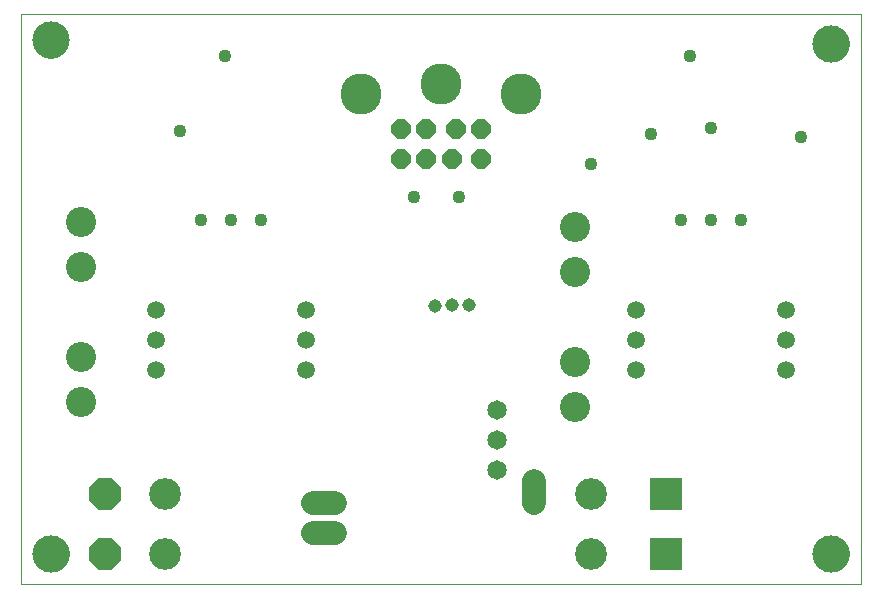
<source format=gbs>
G75*
%MOIN*%
%OFA0B0*%
%FSLAX25Y25*%
%IPPOS*%
%LPD*%
%AMOC8*
5,1,8,0,0,1.08239X$1,22.5*
%
%ADD10C,0.00000*%
%ADD11C,0.12411*%
%ADD12C,0.06506*%
%ADD13C,0.10049*%
%ADD14C,0.04500*%
%ADD15C,0.08000*%
%ADD16C,0.10600*%
%ADD17OC8,0.10600*%
%ADD18R,0.10600X0.10600*%
%ADD19C,0.05915*%
%ADD20C,0.04362*%
%ADD21OC8,0.06506*%
%ADD22C,0.13694*%
D10*
X0001000Y0023933D02*
X0001000Y0213933D01*
X0281000Y0213933D01*
X0281000Y0023933D01*
X0001000Y0023933D01*
X0005094Y0033933D02*
X0005096Y0034086D01*
X0005102Y0034240D01*
X0005112Y0034393D01*
X0005126Y0034545D01*
X0005144Y0034698D01*
X0005166Y0034849D01*
X0005191Y0035000D01*
X0005221Y0035151D01*
X0005255Y0035301D01*
X0005292Y0035449D01*
X0005333Y0035597D01*
X0005378Y0035743D01*
X0005427Y0035889D01*
X0005480Y0036033D01*
X0005536Y0036175D01*
X0005596Y0036316D01*
X0005660Y0036456D01*
X0005727Y0036594D01*
X0005798Y0036730D01*
X0005873Y0036864D01*
X0005950Y0036996D01*
X0006032Y0037126D01*
X0006116Y0037254D01*
X0006204Y0037380D01*
X0006295Y0037503D01*
X0006389Y0037624D01*
X0006487Y0037742D01*
X0006587Y0037858D01*
X0006691Y0037971D01*
X0006797Y0038082D01*
X0006906Y0038190D01*
X0007018Y0038295D01*
X0007132Y0038396D01*
X0007250Y0038495D01*
X0007369Y0038591D01*
X0007491Y0038684D01*
X0007616Y0038773D01*
X0007743Y0038860D01*
X0007872Y0038942D01*
X0008003Y0039022D01*
X0008136Y0039098D01*
X0008271Y0039171D01*
X0008408Y0039240D01*
X0008547Y0039305D01*
X0008687Y0039367D01*
X0008829Y0039425D01*
X0008972Y0039480D01*
X0009117Y0039531D01*
X0009263Y0039578D01*
X0009410Y0039621D01*
X0009558Y0039660D01*
X0009707Y0039696D01*
X0009857Y0039727D01*
X0010008Y0039755D01*
X0010159Y0039779D01*
X0010312Y0039799D01*
X0010464Y0039815D01*
X0010617Y0039827D01*
X0010770Y0039835D01*
X0010923Y0039839D01*
X0011077Y0039839D01*
X0011230Y0039835D01*
X0011383Y0039827D01*
X0011536Y0039815D01*
X0011688Y0039799D01*
X0011841Y0039779D01*
X0011992Y0039755D01*
X0012143Y0039727D01*
X0012293Y0039696D01*
X0012442Y0039660D01*
X0012590Y0039621D01*
X0012737Y0039578D01*
X0012883Y0039531D01*
X0013028Y0039480D01*
X0013171Y0039425D01*
X0013313Y0039367D01*
X0013453Y0039305D01*
X0013592Y0039240D01*
X0013729Y0039171D01*
X0013864Y0039098D01*
X0013997Y0039022D01*
X0014128Y0038942D01*
X0014257Y0038860D01*
X0014384Y0038773D01*
X0014509Y0038684D01*
X0014631Y0038591D01*
X0014750Y0038495D01*
X0014868Y0038396D01*
X0014982Y0038295D01*
X0015094Y0038190D01*
X0015203Y0038082D01*
X0015309Y0037971D01*
X0015413Y0037858D01*
X0015513Y0037742D01*
X0015611Y0037624D01*
X0015705Y0037503D01*
X0015796Y0037380D01*
X0015884Y0037254D01*
X0015968Y0037126D01*
X0016050Y0036996D01*
X0016127Y0036864D01*
X0016202Y0036730D01*
X0016273Y0036594D01*
X0016340Y0036456D01*
X0016404Y0036316D01*
X0016464Y0036175D01*
X0016520Y0036033D01*
X0016573Y0035889D01*
X0016622Y0035743D01*
X0016667Y0035597D01*
X0016708Y0035449D01*
X0016745Y0035301D01*
X0016779Y0035151D01*
X0016809Y0035000D01*
X0016834Y0034849D01*
X0016856Y0034698D01*
X0016874Y0034545D01*
X0016888Y0034393D01*
X0016898Y0034240D01*
X0016904Y0034086D01*
X0016906Y0033933D01*
X0016904Y0033780D01*
X0016898Y0033626D01*
X0016888Y0033473D01*
X0016874Y0033321D01*
X0016856Y0033168D01*
X0016834Y0033017D01*
X0016809Y0032866D01*
X0016779Y0032715D01*
X0016745Y0032565D01*
X0016708Y0032417D01*
X0016667Y0032269D01*
X0016622Y0032123D01*
X0016573Y0031977D01*
X0016520Y0031833D01*
X0016464Y0031691D01*
X0016404Y0031550D01*
X0016340Y0031410D01*
X0016273Y0031272D01*
X0016202Y0031136D01*
X0016127Y0031002D01*
X0016050Y0030870D01*
X0015968Y0030740D01*
X0015884Y0030612D01*
X0015796Y0030486D01*
X0015705Y0030363D01*
X0015611Y0030242D01*
X0015513Y0030124D01*
X0015413Y0030008D01*
X0015309Y0029895D01*
X0015203Y0029784D01*
X0015094Y0029676D01*
X0014982Y0029571D01*
X0014868Y0029470D01*
X0014750Y0029371D01*
X0014631Y0029275D01*
X0014509Y0029182D01*
X0014384Y0029093D01*
X0014257Y0029006D01*
X0014128Y0028924D01*
X0013997Y0028844D01*
X0013864Y0028768D01*
X0013729Y0028695D01*
X0013592Y0028626D01*
X0013453Y0028561D01*
X0013313Y0028499D01*
X0013171Y0028441D01*
X0013028Y0028386D01*
X0012883Y0028335D01*
X0012737Y0028288D01*
X0012590Y0028245D01*
X0012442Y0028206D01*
X0012293Y0028170D01*
X0012143Y0028139D01*
X0011992Y0028111D01*
X0011841Y0028087D01*
X0011688Y0028067D01*
X0011536Y0028051D01*
X0011383Y0028039D01*
X0011230Y0028031D01*
X0011077Y0028027D01*
X0010923Y0028027D01*
X0010770Y0028031D01*
X0010617Y0028039D01*
X0010464Y0028051D01*
X0010312Y0028067D01*
X0010159Y0028087D01*
X0010008Y0028111D01*
X0009857Y0028139D01*
X0009707Y0028170D01*
X0009558Y0028206D01*
X0009410Y0028245D01*
X0009263Y0028288D01*
X0009117Y0028335D01*
X0008972Y0028386D01*
X0008829Y0028441D01*
X0008687Y0028499D01*
X0008547Y0028561D01*
X0008408Y0028626D01*
X0008271Y0028695D01*
X0008136Y0028768D01*
X0008003Y0028844D01*
X0007872Y0028924D01*
X0007743Y0029006D01*
X0007616Y0029093D01*
X0007491Y0029182D01*
X0007369Y0029275D01*
X0007250Y0029371D01*
X0007132Y0029470D01*
X0007018Y0029571D01*
X0006906Y0029676D01*
X0006797Y0029784D01*
X0006691Y0029895D01*
X0006587Y0030008D01*
X0006487Y0030124D01*
X0006389Y0030242D01*
X0006295Y0030363D01*
X0006204Y0030486D01*
X0006116Y0030612D01*
X0006032Y0030740D01*
X0005950Y0030870D01*
X0005873Y0031002D01*
X0005798Y0031136D01*
X0005727Y0031272D01*
X0005660Y0031410D01*
X0005596Y0031550D01*
X0005536Y0031691D01*
X0005480Y0031833D01*
X0005427Y0031977D01*
X0005378Y0032123D01*
X0005333Y0032269D01*
X0005292Y0032417D01*
X0005255Y0032565D01*
X0005221Y0032715D01*
X0005191Y0032866D01*
X0005166Y0033017D01*
X0005144Y0033168D01*
X0005126Y0033321D01*
X0005112Y0033473D01*
X0005102Y0033626D01*
X0005096Y0033780D01*
X0005094Y0033933D01*
X0265094Y0033933D02*
X0265096Y0034086D01*
X0265102Y0034240D01*
X0265112Y0034393D01*
X0265126Y0034545D01*
X0265144Y0034698D01*
X0265166Y0034849D01*
X0265191Y0035000D01*
X0265221Y0035151D01*
X0265255Y0035301D01*
X0265292Y0035449D01*
X0265333Y0035597D01*
X0265378Y0035743D01*
X0265427Y0035889D01*
X0265480Y0036033D01*
X0265536Y0036175D01*
X0265596Y0036316D01*
X0265660Y0036456D01*
X0265727Y0036594D01*
X0265798Y0036730D01*
X0265873Y0036864D01*
X0265950Y0036996D01*
X0266032Y0037126D01*
X0266116Y0037254D01*
X0266204Y0037380D01*
X0266295Y0037503D01*
X0266389Y0037624D01*
X0266487Y0037742D01*
X0266587Y0037858D01*
X0266691Y0037971D01*
X0266797Y0038082D01*
X0266906Y0038190D01*
X0267018Y0038295D01*
X0267132Y0038396D01*
X0267250Y0038495D01*
X0267369Y0038591D01*
X0267491Y0038684D01*
X0267616Y0038773D01*
X0267743Y0038860D01*
X0267872Y0038942D01*
X0268003Y0039022D01*
X0268136Y0039098D01*
X0268271Y0039171D01*
X0268408Y0039240D01*
X0268547Y0039305D01*
X0268687Y0039367D01*
X0268829Y0039425D01*
X0268972Y0039480D01*
X0269117Y0039531D01*
X0269263Y0039578D01*
X0269410Y0039621D01*
X0269558Y0039660D01*
X0269707Y0039696D01*
X0269857Y0039727D01*
X0270008Y0039755D01*
X0270159Y0039779D01*
X0270312Y0039799D01*
X0270464Y0039815D01*
X0270617Y0039827D01*
X0270770Y0039835D01*
X0270923Y0039839D01*
X0271077Y0039839D01*
X0271230Y0039835D01*
X0271383Y0039827D01*
X0271536Y0039815D01*
X0271688Y0039799D01*
X0271841Y0039779D01*
X0271992Y0039755D01*
X0272143Y0039727D01*
X0272293Y0039696D01*
X0272442Y0039660D01*
X0272590Y0039621D01*
X0272737Y0039578D01*
X0272883Y0039531D01*
X0273028Y0039480D01*
X0273171Y0039425D01*
X0273313Y0039367D01*
X0273453Y0039305D01*
X0273592Y0039240D01*
X0273729Y0039171D01*
X0273864Y0039098D01*
X0273997Y0039022D01*
X0274128Y0038942D01*
X0274257Y0038860D01*
X0274384Y0038773D01*
X0274509Y0038684D01*
X0274631Y0038591D01*
X0274750Y0038495D01*
X0274868Y0038396D01*
X0274982Y0038295D01*
X0275094Y0038190D01*
X0275203Y0038082D01*
X0275309Y0037971D01*
X0275413Y0037858D01*
X0275513Y0037742D01*
X0275611Y0037624D01*
X0275705Y0037503D01*
X0275796Y0037380D01*
X0275884Y0037254D01*
X0275968Y0037126D01*
X0276050Y0036996D01*
X0276127Y0036864D01*
X0276202Y0036730D01*
X0276273Y0036594D01*
X0276340Y0036456D01*
X0276404Y0036316D01*
X0276464Y0036175D01*
X0276520Y0036033D01*
X0276573Y0035889D01*
X0276622Y0035743D01*
X0276667Y0035597D01*
X0276708Y0035449D01*
X0276745Y0035301D01*
X0276779Y0035151D01*
X0276809Y0035000D01*
X0276834Y0034849D01*
X0276856Y0034698D01*
X0276874Y0034545D01*
X0276888Y0034393D01*
X0276898Y0034240D01*
X0276904Y0034086D01*
X0276906Y0033933D01*
X0276904Y0033780D01*
X0276898Y0033626D01*
X0276888Y0033473D01*
X0276874Y0033321D01*
X0276856Y0033168D01*
X0276834Y0033017D01*
X0276809Y0032866D01*
X0276779Y0032715D01*
X0276745Y0032565D01*
X0276708Y0032417D01*
X0276667Y0032269D01*
X0276622Y0032123D01*
X0276573Y0031977D01*
X0276520Y0031833D01*
X0276464Y0031691D01*
X0276404Y0031550D01*
X0276340Y0031410D01*
X0276273Y0031272D01*
X0276202Y0031136D01*
X0276127Y0031002D01*
X0276050Y0030870D01*
X0275968Y0030740D01*
X0275884Y0030612D01*
X0275796Y0030486D01*
X0275705Y0030363D01*
X0275611Y0030242D01*
X0275513Y0030124D01*
X0275413Y0030008D01*
X0275309Y0029895D01*
X0275203Y0029784D01*
X0275094Y0029676D01*
X0274982Y0029571D01*
X0274868Y0029470D01*
X0274750Y0029371D01*
X0274631Y0029275D01*
X0274509Y0029182D01*
X0274384Y0029093D01*
X0274257Y0029006D01*
X0274128Y0028924D01*
X0273997Y0028844D01*
X0273864Y0028768D01*
X0273729Y0028695D01*
X0273592Y0028626D01*
X0273453Y0028561D01*
X0273313Y0028499D01*
X0273171Y0028441D01*
X0273028Y0028386D01*
X0272883Y0028335D01*
X0272737Y0028288D01*
X0272590Y0028245D01*
X0272442Y0028206D01*
X0272293Y0028170D01*
X0272143Y0028139D01*
X0271992Y0028111D01*
X0271841Y0028087D01*
X0271688Y0028067D01*
X0271536Y0028051D01*
X0271383Y0028039D01*
X0271230Y0028031D01*
X0271077Y0028027D01*
X0270923Y0028027D01*
X0270770Y0028031D01*
X0270617Y0028039D01*
X0270464Y0028051D01*
X0270312Y0028067D01*
X0270159Y0028087D01*
X0270008Y0028111D01*
X0269857Y0028139D01*
X0269707Y0028170D01*
X0269558Y0028206D01*
X0269410Y0028245D01*
X0269263Y0028288D01*
X0269117Y0028335D01*
X0268972Y0028386D01*
X0268829Y0028441D01*
X0268687Y0028499D01*
X0268547Y0028561D01*
X0268408Y0028626D01*
X0268271Y0028695D01*
X0268136Y0028768D01*
X0268003Y0028844D01*
X0267872Y0028924D01*
X0267743Y0029006D01*
X0267616Y0029093D01*
X0267491Y0029182D01*
X0267369Y0029275D01*
X0267250Y0029371D01*
X0267132Y0029470D01*
X0267018Y0029571D01*
X0266906Y0029676D01*
X0266797Y0029784D01*
X0266691Y0029895D01*
X0266587Y0030008D01*
X0266487Y0030124D01*
X0266389Y0030242D01*
X0266295Y0030363D01*
X0266204Y0030486D01*
X0266116Y0030612D01*
X0266032Y0030740D01*
X0265950Y0030870D01*
X0265873Y0031002D01*
X0265798Y0031136D01*
X0265727Y0031272D01*
X0265660Y0031410D01*
X0265596Y0031550D01*
X0265536Y0031691D01*
X0265480Y0031833D01*
X0265427Y0031977D01*
X0265378Y0032123D01*
X0265333Y0032269D01*
X0265292Y0032417D01*
X0265255Y0032565D01*
X0265221Y0032715D01*
X0265191Y0032866D01*
X0265166Y0033017D01*
X0265144Y0033168D01*
X0265126Y0033321D01*
X0265112Y0033473D01*
X0265102Y0033626D01*
X0265096Y0033780D01*
X0265094Y0033933D01*
X0265094Y0203933D02*
X0265096Y0204086D01*
X0265102Y0204240D01*
X0265112Y0204393D01*
X0265126Y0204545D01*
X0265144Y0204698D01*
X0265166Y0204849D01*
X0265191Y0205000D01*
X0265221Y0205151D01*
X0265255Y0205301D01*
X0265292Y0205449D01*
X0265333Y0205597D01*
X0265378Y0205743D01*
X0265427Y0205889D01*
X0265480Y0206033D01*
X0265536Y0206175D01*
X0265596Y0206316D01*
X0265660Y0206456D01*
X0265727Y0206594D01*
X0265798Y0206730D01*
X0265873Y0206864D01*
X0265950Y0206996D01*
X0266032Y0207126D01*
X0266116Y0207254D01*
X0266204Y0207380D01*
X0266295Y0207503D01*
X0266389Y0207624D01*
X0266487Y0207742D01*
X0266587Y0207858D01*
X0266691Y0207971D01*
X0266797Y0208082D01*
X0266906Y0208190D01*
X0267018Y0208295D01*
X0267132Y0208396D01*
X0267250Y0208495D01*
X0267369Y0208591D01*
X0267491Y0208684D01*
X0267616Y0208773D01*
X0267743Y0208860D01*
X0267872Y0208942D01*
X0268003Y0209022D01*
X0268136Y0209098D01*
X0268271Y0209171D01*
X0268408Y0209240D01*
X0268547Y0209305D01*
X0268687Y0209367D01*
X0268829Y0209425D01*
X0268972Y0209480D01*
X0269117Y0209531D01*
X0269263Y0209578D01*
X0269410Y0209621D01*
X0269558Y0209660D01*
X0269707Y0209696D01*
X0269857Y0209727D01*
X0270008Y0209755D01*
X0270159Y0209779D01*
X0270312Y0209799D01*
X0270464Y0209815D01*
X0270617Y0209827D01*
X0270770Y0209835D01*
X0270923Y0209839D01*
X0271077Y0209839D01*
X0271230Y0209835D01*
X0271383Y0209827D01*
X0271536Y0209815D01*
X0271688Y0209799D01*
X0271841Y0209779D01*
X0271992Y0209755D01*
X0272143Y0209727D01*
X0272293Y0209696D01*
X0272442Y0209660D01*
X0272590Y0209621D01*
X0272737Y0209578D01*
X0272883Y0209531D01*
X0273028Y0209480D01*
X0273171Y0209425D01*
X0273313Y0209367D01*
X0273453Y0209305D01*
X0273592Y0209240D01*
X0273729Y0209171D01*
X0273864Y0209098D01*
X0273997Y0209022D01*
X0274128Y0208942D01*
X0274257Y0208860D01*
X0274384Y0208773D01*
X0274509Y0208684D01*
X0274631Y0208591D01*
X0274750Y0208495D01*
X0274868Y0208396D01*
X0274982Y0208295D01*
X0275094Y0208190D01*
X0275203Y0208082D01*
X0275309Y0207971D01*
X0275413Y0207858D01*
X0275513Y0207742D01*
X0275611Y0207624D01*
X0275705Y0207503D01*
X0275796Y0207380D01*
X0275884Y0207254D01*
X0275968Y0207126D01*
X0276050Y0206996D01*
X0276127Y0206864D01*
X0276202Y0206730D01*
X0276273Y0206594D01*
X0276340Y0206456D01*
X0276404Y0206316D01*
X0276464Y0206175D01*
X0276520Y0206033D01*
X0276573Y0205889D01*
X0276622Y0205743D01*
X0276667Y0205597D01*
X0276708Y0205449D01*
X0276745Y0205301D01*
X0276779Y0205151D01*
X0276809Y0205000D01*
X0276834Y0204849D01*
X0276856Y0204698D01*
X0276874Y0204545D01*
X0276888Y0204393D01*
X0276898Y0204240D01*
X0276904Y0204086D01*
X0276906Y0203933D01*
X0276904Y0203780D01*
X0276898Y0203626D01*
X0276888Y0203473D01*
X0276874Y0203321D01*
X0276856Y0203168D01*
X0276834Y0203017D01*
X0276809Y0202866D01*
X0276779Y0202715D01*
X0276745Y0202565D01*
X0276708Y0202417D01*
X0276667Y0202269D01*
X0276622Y0202123D01*
X0276573Y0201977D01*
X0276520Y0201833D01*
X0276464Y0201691D01*
X0276404Y0201550D01*
X0276340Y0201410D01*
X0276273Y0201272D01*
X0276202Y0201136D01*
X0276127Y0201002D01*
X0276050Y0200870D01*
X0275968Y0200740D01*
X0275884Y0200612D01*
X0275796Y0200486D01*
X0275705Y0200363D01*
X0275611Y0200242D01*
X0275513Y0200124D01*
X0275413Y0200008D01*
X0275309Y0199895D01*
X0275203Y0199784D01*
X0275094Y0199676D01*
X0274982Y0199571D01*
X0274868Y0199470D01*
X0274750Y0199371D01*
X0274631Y0199275D01*
X0274509Y0199182D01*
X0274384Y0199093D01*
X0274257Y0199006D01*
X0274128Y0198924D01*
X0273997Y0198844D01*
X0273864Y0198768D01*
X0273729Y0198695D01*
X0273592Y0198626D01*
X0273453Y0198561D01*
X0273313Y0198499D01*
X0273171Y0198441D01*
X0273028Y0198386D01*
X0272883Y0198335D01*
X0272737Y0198288D01*
X0272590Y0198245D01*
X0272442Y0198206D01*
X0272293Y0198170D01*
X0272143Y0198139D01*
X0271992Y0198111D01*
X0271841Y0198087D01*
X0271688Y0198067D01*
X0271536Y0198051D01*
X0271383Y0198039D01*
X0271230Y0198031D01*
X0271077Y0198027D01*
X0270923Y0198027D01*
X0270770Y0198031D01*
X0270617Y0198039D01*
X0270464Y0198051D01*
X0270312Y0198067D01*
X0270159Y0198087D01*
X0270008Y0198111D01*
X0269857Y0198139D01*
X0269707Y0198170D01*
X0269558Y0198206D01*
X0269410Y0198245D01*
X0269263Y0198288D01*
X0269117Y0198335D01*
X0268972Y0198386D01*
X0268829Y0198441D01*
X0268687Y0198499D01*
X0268547Y0198561D01*
X0268408Y0198626D01*
X0268271Y0198695D01*
X0268136Y0198768D01*
X0268003Y0198844D01*
X0267872Y0198924D01*
X0267743Y0199006D01*
X0267616Y0199093D01*
X0267491Y0199182D01*
X0267369Y0199275D01*
X0267250Y0199371D01*
X0267132Y0199470D01*
X0267018Y0199571D01*
X0266906Y0199676D01*
X0266797Y0199784D01*
X0266691Y0199895D01*
X0266587Y0200008D01*
X0266487Y0200124D01*
X0266389Y0200242D01*
X0266295Y0200363D01*
X0266204Y0200486D01*
X0266116Y0200612D01*
X0266032Y0200740D01*
X0265950Y0200870D01*
X0265873Y0201002D01*
X0265798Y0201136D01*
X0265727Y0201272D01*
X0265660Y0201410D01*
X0265596Y0201550D01*
X0265536Y0201691D01*
X0265480Y0201833D01*
X0265427Y0201977D01*
X0265378Y0202123D01*
X0265333Y0202269D01*
X0265292Y0202417D01*
X0265255Y0202565D01*
X0265221Y0202715D01*
X0265191Y0202866D01*
X0265166Y0203017D01*
X0265144Y0203168D01*
X0265126Y0203321D01*
X0265112Y0203473D01*
X0265102Y0203626D01*
X0265096Y0203780D01*
X0265094Y0203933D01*
X0004937Y0205193D02*
X0004939Y0205346D01*
X0004945Y0205500D01*
X0004955Y0205653D01*
X0004969Y0205805D01*
X0004987Y0205958D01*
X0005009Y0206109D01*
X0005034Y0206260D01*
X0005064Y0206411D01*
X0005098Y0206561D01*
X0005135Y0206709D01*
X0005176Y0206857D01*
X0005221Y0207003D01*
X0005270Y0207149D01*
X0005323Y0207293D01*
X0005379Y0207435D01*
X0005439Y0207576D01*
X0005503Y0207716D01*
X0005570Y0207854D01*
X0005641Y0207990D01*
X0005716Y0208124D01*
X0005793Y0208256D01*
X0005875Y0208386D01*
X0005959Y0208514D01*
X0006047Y0208640D01*
X0006138Y0208763D01*
X0006232Y0208884D01*
X0006330Y0209002D01*
X0006430Y0209118D01*
X0006534Y0209231D01*
X0006640Y0209342D01*
X0006749Y0209450D01*
X0006861Y0209555D01*
X0006975Y0209656D01*
X0007093Y0209755D01*
X0007212Y0209851D01*
X0007334Y0209944D01*
X0007459Y0210033D01*
X0007586Y0210120D01*
X0007715Y0210202D01*
X0007846Y0210282D01*
X0007979Y0210358D01*
X0008114Y0210431D01*
X0008251Y0210500D01*
X0008390Y0210565D01*
X0008530Y0210627D01*
X0008672Y0210685D01*
X0008815Y0210740D01*
X0008960Y0210791D01*
X0009106Y0210838D01*
X0009253Y0210881D01*
X0009401Y0210920D01*
X0009550Y0210956D01*
X0009700Y0210987D01*
X0009851Y0211015D01*
X0010002Y0211039D01*
X0010155Y0211059D01*
X0010307Y0211075D01*
X0010460Y0211087D01*
X0010613Y0211095D01*
X0010766Y0211099D01*
X0010920Y0211099D01*
X0011073Y0211095D01*
X0011226Y0211087D01*
X0011379Y0211075D01*
X0011531Y0211059D01*
X0011684Y0211039D01*
X0011835Y0211015D01*
X0011986Y0210987D01*
X0012136Y0210956D01*
X0012285Y0210920D01*
X0012433Y0210881D01*
X0012580Y0210838D01*
X0012726Y0210791D01*
X0012871Y0210740D01*
X0013014Y0210685D01*
X0013156Y0210627D01*
X0013296Y0210565D01*
X0013435Y0210500D01*
X0013572Y0210431D01*
X0013707Y0210358D01*
X0013840Y0210282D01*
X0013971Y0210202D01*
X0014100Y0210120D01*
X0014227Y0210033D01*
X0014352Y0209944D01*
X0014474Y0209851D01*
X0014593Y0209755D01*
X0014711Y0209656D01*
X0014825Y0209555D01*
X0014937Y0209450D01*
X0015046Y0209342D01*
X0015152Y0209231D01*
X0015256Y0209118D01*
X0015356Y0209002D01*
X0015454Y0208884D01*
X0015548Y0208763D01*
X0015639Y0208640D01*
X0015727Y0208514D01*
X0015811Y0208386D01*
X0015893Y0208256D01*
X0015970Y0208124D01*
X0016045Y0207990D01*
X0016116Y0207854D01*
X0016183Y0207716D01*
X0016247Y0207576D01*
X0016307Y0207435D01*
X0016363Y0207293D01*
X0016416Y0207149D01*
X0016465Y0207003D01*
X0016510Y0206857D01*
X0016551Y0206709D01*
X0016588Y0206561D01*
X0016622Y0206411D01*
X0016652Y0206260D01*
X0016677Y0206109D01*
X0016699Y0205958D01*
X0016717Y0205805D01*
X0016731Y0205653D01*
X0016741Y0205500D01*
X0016747Y0205346D01*
X0016749Y0205193D01*
X0016747Y0205040D01*
X0016741Y0204886D01*
X0016731Y0204733D01*
X0016717Y0204581D01*
X0016699Y0204428D01*
X0016677Y0204277D01*
X0016652Y0204126D01*
X0016622Y0203975D01*
X0016588Y0203825D01*
X0016551Y0203677D01*
X0016510Y0203529D01*
X0016465Y0203383D01*
X0016416Y0203237D01*
X0016363Y0203093D01*
X0016307Y0202951D01*
X0016247Y0202810D01*
X0016183Y0202670D01*
X0016116Y0202532D01*
X0016045Y0202396D01*
X0015970Y0202262D01*
X0015893Y0202130D01*
X0015811Y0202000D01*
X0015727Y0201872D01*
X0015639Y0201746D01*
X0015548Y0201623D01*
X0015454Y0201502D01*
X0015356Y0201384D01*
X0015256Y0201268D01*
X0015152Y0201155D01*
X0015046Y0201044D01*
X0014937Y0200936D01*
X0014825Y0200831D01*
X0014711Y0200730D01*
X0014593Y0200631D01*
X0014474Y0200535D01*
X0014352Y0200442D01*
X0014227Y0200353D01*
X0014100Y0200266D01*
X0013971Y0200184D01*
X0013840Y0200104D01*
X0013707Y0200028D01*
X0013572Y0199955D01*
X0013435Y0199886D01*
X0013296Y0199821D01*
X0013156Y0199759D01*
X0013014Y0199701D01*
X0012871Y0199646D01*
X0012726Y0199595D01*
X0012580Y0199548D01*
X0012433Y0199505D01*
X0012285Y0199466D01*
X0012136Y0199430D01*
X0011986Y0199399D01*
X0011835Y0199371D01*
X0011684Y0199347D01*
X0011531Y0199327D01*
X0011379Y0199311D01*
X0011226Y0199299D01*
X0011073Y0199291D01*
X0010920Y0199287D01*
X0010766Y0199287D01*
X0010613Y0199291D01*
X0010460Y0199299D01*
X0010307Y0199311D01*
X0010155Y0199327D01*
X0010002Y0199347D01*
X0009851Y0199371D01*
X0009700Y0199399D01*
X0009550Y0199430D01*
X0009401Y0199466D01*
X0009253Y0199505D01*
X0009106Y0199548D01*
X0008960Y0199595D01*
X0008815Y0199646D01*
X0008672Y0199701D01*
X0008530Y0199759D01*
X0008390Y0199821D01*
X0008251Y0199886D01*
X0008114Y0199955D01*
X0007979Y0200028D01*
X0007846Y0200104D01*
X0007715Y0200184D01*
X0007586Y0200266D01*
X0007459Y0200353D01*
X0007334Y0200442D01*
X0007212Y0200535D01*
X0007093Y0200631D01*
X0006975Y0200730D01*
X0006861Y0200831D01*
X0006749Y0200936D01*
X0006640Y0201044D01*
X0006534Y0201155D01*
X0006430Y0201268D01*
X0006330Y0201384D01*
X0006232Y0201502D01*
X0006138Y0201623D01*
X0006047Y0201746D01*
X0005959Y0201872D01*
X0005875Y0202000D01*
X0005793Y0202130D01*
X0005716Y0202262D01*
X0005641Y0202396D01*
X0005570Y0202532D01*
X0005503Y0202670D01*
X0005439Y0202810D01*
X0005379Y0202951D01*
X0005323Y0203093D01*
X0005270Y0203237D01*
X0005221Y0203383D01*
X0005176Y0203529D01*
X0005135Y0203677D01*
X0005098Y0203825D01*
X0005064Y0203975D01*
X0005034Y0204126D01*
X0005009Y0204277D01*
X0004987Y0204428D01*
X0004969Y0204581D01*
X0004955Y0204733D01*
X0004945Y0204886D01*
X0004939Y0205040D01*
X0004937Y0205193D01*
D11*
X0010843Y0205193D03*
X0271000Y0203933D03*
X0271000Y0033933D03*
X0011000Y0033933D03*
D12*
X0159823Y0061933D03*
X0159823Y0071776D03*
X0159823Y0082012D03*
D13*
X0185500Y0082933D03*
X0185500Y0097933D03*
X0185500Y0127933D03*
X0185500Y0142933D03*
X0021000Y0144433D03*
X0021000Y0129433D03*
X0021000Y0099433D03*
X0021000Y0084433D03*
D14*
X0139000Y0116633D03*
X0144700Y0116733D03*
X0150300Y0116733D03*
D15*
X0172000Y0058333D02*
X0172000Y0050933D01*
X0105700Y0050933D02*
X0098300Y0050933D01*
X0098300Y0040933D02*
X0105700Y0040933D01*
D16*
X0049000Y0033933D03*
X0049000Y0053933D03*
X0191000Y0053933D03*
X0191000Y0033933D03*
D17*
X0029000Y0033933D03*
X0029000Y0053933D03*
D18*
X0216000Y0053933D03*
X0216000Y0033933D03*
D19*
X0206000Y0095311D03*
X0206000Y0105311D03*
X0206000Y0115311D03*
X0256000Y0115311D03*
X0256000Y0105311D03*
X0256000Y0095311D03*
X0096000Y0095311D03*
X0096000Y0105311D03*
X0096000Y0115311D03*
X0046000Y0115311D03*
X0046000Y0105311D03*
X0046000Y0095311D03*
D20*
X0061000Y0145232D03*
X0071000Y0145232D03*
X0081000Y0145232D03*
X0132000Y0152933D03*
X0147000Y0152933D03*
X0191000Y0163933D03*
X0211000Y0173933D03*
X0231000Y0175933D03*
X0261000Y0172933D03*
X0241000Y0145232D03*
X0231000Y0145232D03*
X0221000Y0145232D03*
X0224000Y0199933D03*
X0069000Y0199933D03*
X0054000Y0174933D03*
D21*
X0127614Y0175469D03*
X0135882Y0175469D03*
X0146118Y0175469D03*
X0154386Y0175469D03*
X0154386Y0165626D03*
X0144543Y0165626D03*
X0135882Y0165626D03*
X0127614Y0165626D03*
D22*
X0114425Y0187280D03*
X0141000Y0190429D03*
X0167575Y0187280D03*
M02*

</source>
